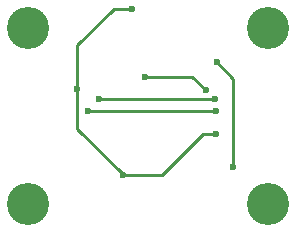
<source format=gbl>
%TF.GenerationSoftware,KiCad,Pcbnew,7.0.8-7.0.8~ubuntu22.04.1*%
%TF.CreationDate,2024-02-05T12:59:12-08:00*%
%TF.ProjectId,278nm_ELUC3535NUB_24mA,3237386e-6d5f-4454-9c55-43333533354e,rev?*%
%TF.SameCoordinates,Original*%
%TF.FileFunction,Copper,L2,Bot*%
%TF.FilePolarity,Positive*%
%FSLAX46Y46*%
G04 Gerber Fmt 4.6, Leading zero omitted, Abs format (unit mm)*
G04 Created by KiCad (PCBNEW 7.0.8-7.0.8~ubuntu22.04.1) date 2024-02-05 12:59:12*
%MOMM*%
%LPD*%
G01*
G04 APERTURE LIST*
%TA.AperFunction,ComponentPad*%
%ADD10C,3.570000*%
%TD*%
%TA.AperFunction,ViaPad*%
%ADD11C,0.600000*%
%TD*%
%TA.AperFunction,Conductor*%
%ADD12C,0.250000*%
%TD*%
G04 APERTURE END LIST*
D10*
%TO.P,M1,~*%
%TO.N,N/C*%
X52540000Y-52540000D03*
%TD*%
%TO.P,M2,~*%
%TO.N,N/C*%
X72860000Y-52540000D03*
%TD*%
%TO.P,M3,~*%
%TO.N,N/C*%
X72860000Y-67460000D03*
%TD*%
%TO.P,M4,~*%
%TO.N,N/C*%
X52540000Y-67460000D03*
%TD*%
D11*
%TO.N,GND*%
X60604400Y-64947800D03*
X56718200Y-57683400D03*
X61341000Y-50876200D03*
X68453000Y-61493400D03*
%TO.N,/VIN*%
X67564000Y-57758204D03*
X62433200Y-56642000D03*
%TO.N,/10V*%
X69900800Y-64312800D03*
X68490500Y-55409500D03*
%TO.N,/SCL*%
X68402200Y-58496200D03*
X58572400Y-58496200D03*
%TO.N,/SDA*%
X57632600Y-59537600D03*
X68472931Y-59517669D03*
%TD*%
D12*
%TO.N,/10V*%
X68490500Y-55409500D02*
X69900800Y-56819800D01*
X69900800Y-56819800D02*
X69900800Y-64312800D01*
%TO.N,GND*%
X60629800Y-64973200D02*
X63906400Y-64973200D01*
X56718200Y-57683400D02*
X56718200Y-61036200D01*
X56718200Y-61036200D02*
X60604400Y-64922400D01*
X60604400Y-64947800D02*
X60629800Y-64973200D01*
X56718200Y-53949600D02*
X59791600Y-50876200D01*
X60604400Y-64922400D02*
X60604400Y-64947800D01*
X59791600Y-50876200D02*
X61341000Y-50876200D01*
X63906400Y-64973200D02*
X67386200Y-61493400D01*
X56718200Y-57683400D02*
X56718200Y-53949600D01*
X67386200Y-61493400D02*
X68453000Y-61493400D01*
%TO.N,/VIN*%
X66447796Y-56642000D02*
X67564000Y-57758204D01*
X62433200Y-56642000D02*
X66447796Y-56642000D01*
%TO.N,/SCL*%
X58572400Y-58496200D02*
X68402200Y-58496200D01*
%TO.N,/SDA*%
X57652531Y-59517669D02*
X68472931Y-59517669D01*
X57632600Y-59537600D02*
X57652531Y-59517669D01*
%TD*%
M02*

</source>
